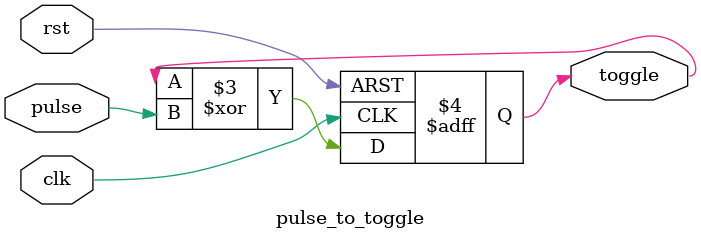
<source format=v>
module pulse_to_toggle
(
    input      clk,
    input      rst,
    input      pulse,
    output reg toggle
);

    always @ (posedge clk or negedge rst)
        if (!rst)
            toggle <= 0;
        else
            toggle <= toggle ^ pulse;

endmodule

</source>
